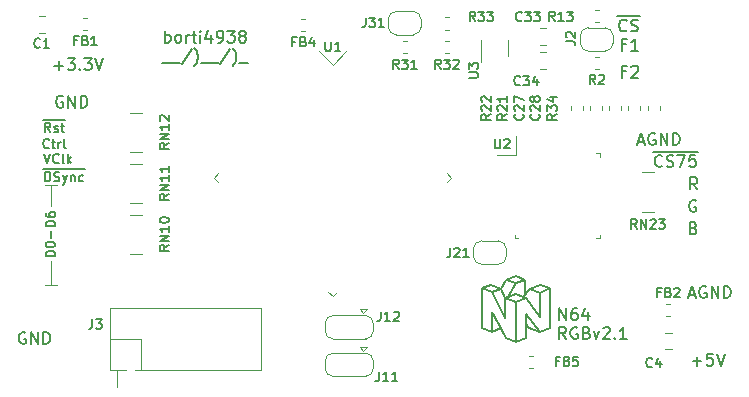
<source format=gbr>
G04 #@! TF.GenerationSoftware,KiCad,Pcbnew,(6.0.4)*
G04 #@! TF.CreationDate,2022-07-13T22:26:53+02:00*
G04 #@! TF.ProjectId,n64rgbv2.1,6e363472-6762-4763-922e-312e6b696361,rev?*
G04 #@! TF.SameCoordinates,Original*
G04 #@! TF.FileFunction,Legend,Top*
G04 #@! TF.FilePolarity,Positive*
%FSLAX46Y46*%
G04 Gerber Fmt 4.6, Leading zero omitted, Abs format (unit mm)*
G04 Created by KiCad (PCBNEW (6.0.4)) date 2022-07-13 22:26:53*
%MOMM*%
%LPD*%
G01*
G04 APERTURE LIST*
%ADD10C,0.120000*%
%ADD11C,0.200000*%
%ADD12C,0.150000*%
G04 APERTURE END LIST*
D10*
X116840000Y-112014000D02*
X116332000Y-112014000D01*
X116332000Y-112014000D02*
X117348000Y-112014000D01*
D11*
X155552350Y-113013380D02*
X155346400Y-113094490D01*
X156241100Y-116845460D02*
X156241100Y-113459070D01*
X157081800Y-114431390D02*
X157081800Y-115309220D01*
X154951390Y-115680580D02*
X154178220Y-114272710D01*
X158297360Y-111990320D02*
X159107640Y-112284210D01*
X156241100Y-113459070D02*
X156241100Y-116845460D01*
X157081800Y-114431390D02*
X157081800Y-116497695D01*
X158297360Y-116001439D02*
X157081800Y-114431390D01*
X153371250Y-112284210D02*
X154215280Y-112628500D01*
X157081800Y-116497695D02*
X156241100Y-116845460D01*
X156241100Y-113459070D02*
X157112250Y-113101150D01*
X156831920Y-112986310D02*
X156990720Y-112820880D01*
X157112250Y-113101150D02*
X156241100Y-113459070D01*
X157112250Y-113101150D02*
X158253470Y-114718400D01*
X156230960Y-111848500D02*
X155552350Y-113013380D01*
X154951390Y-115680580D02*
X154951390Y-115680580D01*
X156241100Y-116845460D02*
X155403920Y-116501167D01*
X155346400Y-113094490D02*
X155346400Y-113094490D01*
X154178220Y-115997967D02*
X154951390Y-115680580D01*
X155346400Y-113094490D02*
X156230960Y-112739880D01*
X153371250Y-115667130D02*
X153371250Y-112284210D01*
X156831920Y-112986310D02*
X156831920Y-112986310D01*
X157081800Y-115309220D02*
X157358780Y-115677270D01*
X154178220Y-115997967D02*
X153371250Y-115667130D01*
X156990720Y-111548100D02*
X156230960Y-111848500D01*
X158253470Y-114718400D02*
X157112250Y-113101150D01*
X155346400Y-113131600D02*
X155346400Y-113131600D01*
X159107640Y-112284210D02*
X159107640Y-115667130D01*
X154951390Y-112331400D02*
X155346400Y-113131600D01*
X158297360Y-116001439D02*
X158297360Y-116001439D01*
X155346400Y-114826420D02*
X155346400Y-113094490D01*
X155346400Y-114826420D02*
X154215280Y-112628500D01*
D10*
X116840000Y-103505000D02*
X116840000Y-105283000D01*
D11*
X158253470Y-112635170D02*
X157463320Y-112334770D01*
X153371250Y-112284210D02*
X154147780Y-112030900D01*
X157463320Y-112334770D02*
X156831920Y-112986310D01*
X157112250Y-113101150D02*
X158253470Y-114718400D01*
X154215280Y-112628500D02*
X154951390Y-112331400D01*
X155346400Y-113094490D02*
X155346400Y-113131600D01*
X156831920Y-112986310D02*
X157112250Y-113101150D01*
X156200570Y-111277970D02*
X156990720Y-111548100D01*
X157463320Y-112334770D02*
X157463320Y-112334770D01*
X158297360Y-116001439D02*
X157081800Y-114431390D01*
X155346400Y-113131600D02*
X155346400Y-114826420D01*
X154178220Y-114272710D02*
X154178220Y-115997967D01*
X158253470Y-112635170D02*
X157463320Y-112334770D01*
X158253470Y-114718400D02*
X158253470Y-112635170D01*
X156230960Y-111848500D02*
X155552350Y-113013380D01*
X157112250Y-113101150D02*
X158253470Y-114718400D01*
X158253470Y-114718400D02*
X158253470Y-112635170D01*
X156230960Y-111848500D02*
X155420680Y-111551400D01*
X154215280Y-112628500D02*
X154215280Y-112628500D01*
D10*
X116332000Y-103505000D02*
X117348000Y-103505000D01*
D11*
X155403920Y-116501167D02*
X154178220Y-114272710D01*
X154215280Y-112628500D02*
X155346400Y-114826420D01*
X154147780Y-112030900D02*
X154951390Y-112331400D01*
X156990720Y-112820880D02*
X156990720Y-111548100D01*
X156230960Y-111848500D02*
X156230960Y-111848500D01*
X155346400Y-113131600D02*
X154971680Y-112371820D01*
X156831920Y-112986310D02*
X156831920Y-112986310D01*
X155420680Y-111551400D02*
X156200570Y-111277970D01*
X154215280Y-112628500D02*
X153371250Y-112284210D01*
X156990720Y-111548100D02*
X156230960Y-111848500D01*
X154971680Y-112371820D02*
X155420680Y-111551400D01*
X159107640Y-112284210D02*
X158253470Y-112635170D01*
X155346400Y-113094490D02*
X155346400Y-113094490D01*
X158253470Y-112635170D02*
X159107640Y-112284210D01*
X156241100Y-113459070D02*
X156241100Y-113459070D01*
X155420680Y-111551400D02*
X156230960Y-111848500D01*
X158253470Y-114718400D02*
X158253470Y-112635170D01*
X157463320Y-112334770D02*
X158297360Y-111990320D01*
X158253470Y-112635170D02*
X158253470Y-114718400D01*
X155552350Y-113013380D02*
X156230960Y-112739880D01*
X157358780Y-115677270D02*
X158297360Y-116001439D01*
X154178220Y-114272710D02*
X154178220Y-115997967D01*
X155346400Y-113094490D02*
X156241100Y-113459070D01*
X156241100Y-113459070D02*
X155346400Y-113094490D01*
X156230960Y-112739880D02*
X156831920Y-112986310D01*
D10*
X116840000Y-109982000D02*
X116840000Y-112014000D01*
D11*
X159107640Y-115667130D02*
X158297360Y-116001439D01*
X154951390Y-112331400D02*
X154215280Y-112628500D01*
X158253470Y-112635170D02*
X158253470Y-112635170D01*
D10*
X117348000Y-103505000D02*
X116840000Y-103505000D01*
D11*
X156230960Y-112739880D02*
X157112250Y-113101150D01*
X155346400Y-114826420D02*
X155346400Y-114826420D01*
D12*
X114706495Y-116035200D02*
X114611257Y-115987580D01*
X114468400Y-115987580D01*
X114325542Y-116035200D01*
X114230304Y-116130438D01*
X114182685Y-116225676D01*
X114135066Y-116416152D01*
X114135066Y-116559009D01*
X114182685Y-116749485D01*
X114230304Y-116844723D01*
X114325542Y-116939961D01*
X114468400Y-116987580D01*
X114563638Y-116987580D01*
X114706495Y-116939961D01*
X114754114Y-116892342D01*
X114754114Y-116559009D01*
X114563638Y-116559009D01*
X115182685Y-116987580D02*
X115182685Y-115987580D01*
X115754114Y-116987580D01*
X115754114Y-115987580D01*
X116230304Y-116987580D02*
X116230304Y-115987580D01*
X116468400Y-115987580D01*
X116611257Y-116035200D01*
X116706495Y-116130438D01*
X116754114Y-116225676D01*
X116801733Y-116416152D01*
X116801733Y-116559009D01*
X116754114Y-116749485D01*
X116706495Y-116844723D01*
X116611257Y-116939961D01*
X116468400Y-116987580D01*
X116230304Y-116987580D01*
X165528666Y-91622571D02*
X165195333Y-91622571D01*
X165195333Y-92146380D02*
X165195333Y-91146380D01*
X165671523Y-91146380D01*
X166576285Y-92146380D02*
X166004857Y-92146380D01*
X166290571Y-92146380D02*
X166290571Y-91146380D01*
X166195333Y-91289238D01*
X166100095Y-91384476D01*
X166004857Y-91432095D01*
X165528666Y-93908571D02*
X165195333Y-93908571D01*
X165195333Y-94432380D02*
X165195333Y-93432380D01*
X165671523Y-93432380D01*
X166004857Y-93527619D02*
X166052476Y-93480000D01*
X166147714Y-93432380D01*
X166385809Y-93432380D01*
X166481047Y-93480000D01*
X166528666Y-93527619D01*
X166576285Y-93622857D01*
X166576285Y-93718095D01*
X166528666Y-93860952D01*
X165957238Y-94432380D01*
X166576285Y-94432380D01*
X117856095Y-96020000D02*
X117760857Y-95972380D01*
X117618000Y-95972380D01*
X117475142Y-96020000D01*
X117379904Y-96115238D01*
X117332285Y-96210476D01*
X117284666Y-96400952D01*
X117284666Y-96543809D01*
X117332285Y-96734285D01*
X117379904Y-96829523D01*
X117475142Y-96924761D01*
X117618000Y-96972380D01*
X117713238Y-96972380D01*
X117856095Y-96924761D01*
X117903714Y-96877142D01*
X117903714Y-96543809D01*
X117713238Y-96543809D01*
X118332285Y-96972380D02*
X118332285Y-95972380D01*
X118903714Y-96972380D01*
X118903714Y-95972380D01*
X119379904Y-96972380D02*
X119379904Y-95972380D01*
X119618000Y-95972380D01*
X119760857Y-96020000D01*
X119856095Y-96115238D01*
X119903714Y-96210476D01*
X119951333Y-96400952D01*
X119951333Y-96543809D01*
X119903714Y-96734285D01*
X119856095Y-96829523D01*
X119760857Y-96924761D01*
X119618000Y-96972380D01*
X119379904Y-96972380D01*
X164784209Y-89238400D02*
X165784209Y-89238400D01*
X165593733Y-90425542D02*
X165546114Y-90473161D01*
X165403257Y-90520780D01*
X165308019Y-90520780D01*
X165165161Y-90473161D01*
X165069923Y-90377923D01*
X165022304Y-90282685D01*
X164974685Y-90092209D01*
X164974685Y-89949352D01*
X165022304Y-89758876D01*
X165069923Y-89663638D01*
X165165161Y-89568400D01*
X165308019Y-89520780D01*
X165403257Y-89520780D01*
X165546114Y-89568400D01*
X165593733Y-89616019D01*
X165784209Y-89238400D02*
X166736590Y-89238400D01*
X165974685Y-90473161D02*
X166117542Y-90520780D01*
X166355638Y-90520780D01*
X166450876Y-90473161D01*
X166498495Y-90425542D01*
X166546114Y-90330304D01*
X166546114Y-90235066D01*
X166498495Y-90139828D01*
X166450876Y-90092209D01*
X166355638Y-90044590D01*
X166165161Y-89996971D01*
X166069923Y-89949352D01*
X166022304Y-89901733D01*
X165974685Y-89806495D01*
X165974685Y-89711257D01*
X166022304Y-89616019D01*
X166069923Y-89568400D01*
X166165161Y-89520780D01*
X166403257Y-89520780D01*
X166546114Y-89568400D01*
X170894595Y-112815666D02*
X171370785Y-112815666D01*
X170799357Y-113101380D02*
X171132690Y-112101380D01*
X171466023Y-113101380D01*
X172323166Y-112149000D02*
X172227928Y-112101380D01*
X172085071Y-112101380D01*
X171942214Y-112149000D01*
X171846976Y-112244238D01*
X171799357Y-112339476D01*
X171751738Y-112529952D01*
X171751738Y-112672809D01*
X171799357Y-112863285D01*
X171846976Y-112958523D01*
X171942214Y-113053761D01*
X172085071Y-113101380D01*
X172180309Y-113101380D01*
X172323166Y-113053761D01*
X172370785Y-113006142D01*
X172370785Y-112672809D01*
X172180309Y-112672809D01*
X172799357Y-113101380D02*
X172799357Y-112101380D01*
X173370785Y-113101380D01*
X173370785Y-112101380D01*
X173846976Y-113101380D02*
X173846976Y-112101380D01*
X174085071Y-112101380D01*
X174227928Y-112149000D01*
X174323166Y-112244238D01*
X174370785Y-112339476D01*
X174418404Y-112529952D01*
X174418404Y-112672809D01*
X174370785Y-112863285D01*
X174323166Y-112958523D01*
X174227928Y-113053761D01*
X174085071Y-113101380D01*
X173846976Y-113101380D01*
X167806928Y-100706500D02*
X168806928Y-100706500D01*
X168616452Y-101893642D02*
X168568833Y-101941261D01*
X168425976Y-101988880D01*
X168330738Y-101988880D01*
X168187880Y-101941261D01*
X168092642Y-101846023D01*
X168045023Y-101750785D01*
X167997404Y-101560309D01*
X167997404Y-101417452D01*
X168045023Y-101226976D01*
X168092642Y-101131738D01*
X168187880Y-101036500D01*
X168330738Y-100988880D01*
X168425976Y-100988880D01*
X168568833Y-101036500D01*
X168616452Y-101084119D01*
X168806928Y-100706500D02*
X169759309Y-100706500D01*
X168997404Y-101941261D02*
X169140261Y-101988880D01*
X169378357Y-101988880D01*
X169473595Y-101941261D01*
X169521214Y-101893642D01*
X169568833Y-101798404D01*
X169568833Y-101703166D01*
X169521214Y-101607928D01*
X169473595Y-101560309D01*
X169378357Y-101512690D01*
X169187880Y-101465071D01*
X169092642Y-101417452D01*
X169045023Y-101369833D01*
X168997404Y-101274595D01*
X168997404Y-101179357D01*
X169045023Y-101084119D01*
X169092642Y-101036500D01*
X169187880Y-100988880D01*
X169425976Y-100988880D01*
X169568833Y-101036500D01*
X169759309Y-100706500D02*
X170711690Y-100706500D01*
X169902166Y-100988880D02*
X170568833Y-100988880D01*
X170140261Y-101988880D01*
X170711690Y-100706500D02*
X171664071Y-100706500D01*
X171425976Y-100988880D02*
X170949785Y-100988880D01*
X170902166Y-101465071D01*
X170949785Y-101417452D01*
X171045023Y-101369833D01*
X171283119Y-101369833D01*
X171378357Y-101417452D01*
X171425976Y-101465071D01*
X171473595Y-101560309D01*
X171473595Y-101798404D01*
X171425976Y-101893642D01*
X171378357Y-101941261D01*
X171283119Y-101988880D01*
X171045023Y-101988880D01*
X170949785Y-101941261D01*
X170902166Y-101893642D01*
X116251690Y-100907904D02*
X116518357Y-101707904D01*
X116785023Y-100907904D01*
X117508833Y-101631714D02*
X117470738Y-101669809D01*
X117356452Y-101707904D01*
X117280261Y-101707904D01*
X117165976Y-101669809D01*
X117089785Y-101593619D01*
X117051690Y-101517428D01*
X117013595Y-101365047D01*
X117013595Y-101250761D01*
X117051690Y-101098380D01*
X117089785Y-101022190D01*
X117165976Y-100946000D01*
X117280261Y-100907904D01*
X117356452Y-100907904D01*
X117470738Y-100946000D01*
X117508833Y-100984095D01*
X117965976Y-101707904D02*
X117889785Y-101669809D01*
X117851690Y-101593619D01*
X117851690Y-100907904D01*
X118270738Y-101707904D02*
X118270738Y-100907904D01*
X118346928Y-101403142D02*
X118575500Y-101707904D01*
X118575500Y-101174571D02*
X118270738Y-101479333D01*
X171267428Y-107180071D02*
X171410285Y-107227690D01*
X171457904Y-107275309D01*
X171505523Y-107370547D01*
X171505523Y-107513404D01*
X171457904Y-107608642D01*
X171410285Y-107656261D01*
X171315047Y-107703880D01*
X170934095Y-107703880D01*
X170934095Y-106703880D01*
X171267428Y-106703880D01*
X171362666Y-106751500D01*
X171410285Y-106799119D01*
X171457904Y-106894357D01*
X171457904Y-106989595D01*
X171410285Y-107084833D01*
X171362666Y-107132452D01*
X171267428Y-107180071D01*
X170934095Y-107180071D01*
X171569023Y-103893880D02*
X171235690Y-103417690D01*
X170997595Y-103893880D02*
X170997595Y-102893880D01*
X171378547Y-102893880D01*
X171473785Y-102941500D01*
X171521404Y-102989119D01*
X171569023Y-103084357D01*
X171569023Y-103227214D01*
X171521404Y-103322452D01*
X171473785Y-103370071D01*
X171378547Y-103417690D01*
X170997595Y-103417690D01*
X117126000Y-93416428D02*
X117887904Y-93416428D01*
X117506952Y-93797380D02*
X117506952Y-93035476D01*
X118268857Y-92797380D02*
X118887904Y-92797380D01*
X118554571Y-93178333D01*
X118697428Y-93178333D01*
X118792666Y-93225952D01*
X118840285Y-93273571D01*
X118887904Y-93368809D01*
X118887904Y-93606904D01*
X118840285Y-93702142D01*
X118792666Y-93749761D01*
X118697428Y-93797380D01*
X118411714Y-93797380D01*
X118316476Y-93749761D01*
X118268857Y-93702142D01*
X119316476Y-93702142D02*
X119364095Y-93749761D01*
X119316476Y-93797380D01*
X119268857Y-93749761D01*
X119316476Y-93702142D01*
X119316476Y-93797380D01*
X119697428Y-92797380D02*
X120316476Y-92797380D01*
X119983142Y-93178333D01*
X120126000Y-93178333D01*
X120221238Y-93225952D01*
X120268857Y-93273571D01*
X120316476Y-93368809D01*
X120316476Y-93606904D01*
X120268857Y-93702142D01*
X120221238Y-93749761D01*
X120126000Y-93797380D01*
X119840285Y-93797380D01*
X119745047Y-93749761D01*
X119697428Y-93702142D01*
X120602190Y-92797380D02*
X120935523Y-93797380D01*
X121268857Y-92797380D01*
X159898395Y-114963380D02*
X159898395Y-113963380D01*
X160469823Y-114963380D01*
X160469823Y-113963380D01*
X161374585Y-113963380D02*
X161184109Y-113963380D01*
X161088871Y-114011000D01*
X161041252Y-114058619D01*
X160946014Y-114201476D01*
X160898395Y-114391952D01*
X160898395Y-114772904D01*
X160946014Y-114868142D01*
X160993633Y-114915761D01*
X161088871Y-114963380D01*
X161279347Y-114963380D01*
X161374585Y-114915761D01*
X161422204Y-114868142D01*
X161469823Y-114772904D01*
X161469823Y-114534809D01*
X161422204Y-114439571D01*
X161374585Y-114391952D01*
X161279347Y-114344333D01*
X161088871Y-114344333D01*
X160993633Y-114391952D01*
X160946014Y-114439571D01*
X160898395Y-114534809D01*
X162326966Y-114296714D02*
X162326966Y-114963380D01*
X162088871Y-113915761D02*
X161850776Y-114630047D01*
X162469823Y-114630047D01*
X160469823Y-116573380D02*
X160136490Y-116097190D01*
X159898395Y-116573380D02*
X159898395Y-115573380D01*
X160279347Y-115573380D01*
X160374585Y-115621000D01*
X160422204Y-115668619D01*
X160469823Y-115763857D01*
X160469823Y-115906714D01*
X160422204Y-116001952D01*
X160374585Y-116049571D01*
X160279347Y-116097190D01*
X159898395Y-116097190D01*
X161422204Y-115621000D02*
X161326966Y-115573380D01*
X161184109Y-115573380D01*
X161041252Y-115621000D01*
X160946014Y-115716238D01*
X160898395Y-115811476D01*
X160850776Y-116001952D01*
X160850776Y-116144809D01*
X160898395Y-116335285D01*
X160946014Y-116430523D01*
X161041252Y-116525761D01*
X161184109Y-116573380D01*
X161279347Y-116573380D01*
X161422204Y-116525761D01*
X161469823Y-116478142D01*
X161469823Y-116144809D01*
X161279347Y-116144809D01*
X162231728Y-116049571D02*
X162374585Y-116097190D01*
X162422204Y-116144809D01*
X162469823Y-116240047D01*
X162469823Y-116382904D01*
X162422204Y-116478142D01*
X162374585Y-116525761D01*
X162279347Y-116573380D01*
X161898395Y-116573380D01*
X161898395Y-115573380D01*
X162231728Y-115573380D01*
X162326966Y-115621000D01*
X162374585Y-115668619D01*
X162422204Y-115763857D01*
X162422204Y-115859095D01*
X162374585Y-115954333D01*
X162326966Y-116001952D01*
X162231728Y-116049571D01*
X161898395Y-116049571D01*
X162803157Y-115906714D02*
X163041252Y-116573380D01*
X163279347Y-115906714D01*
X163612680Y-115668619D02*
X163660300Y-115621000D01*
X163755538Y-115573380D01*
X163993633Y-115573380D01*
X164088871Y-115621000D01*
X164136490Y-115668619D01*
X164184109Y-115763857D01*
X164184109Y-115859095D01*
X164136490Y-116001952D01*
X163565061Y-116573380D01*
X164184109Y-116573380D01*
X164612680Y-116478142D02*
X164660300Y-116525761D01*
X164612680Y-116573380D01*
X164565061Y-116525761D01*
X164612680Y-116478142D01*
X164612680Y-116573380D01*
X165612680Y-116573380D02*
X165041252Y-116573380D01*
X165326966Y-116573380D02*
X165326966Y-115573380D01*
X165231728Y-115716238D01*
X165136490Y-115811476D01*
X165041252Y-115859095D01*
X171180285Y-118435428D02*
X171942190Y-118435428D01*
X171561238Y-118816380D02*
X171561238Y-118054476D01*
X172894571Y-117816380D02*
X172418380Y-117816380D01*
X172370761Y-118292571D01*
X172418380Y-118244952D01*
X172513619Y-118197333D01*
X172751714Y-118197333D01*
X172846952Y-118244952D01*
X172894571Y-118292571D01*
X172942190Y-118387809D01*
X172942190Y-118625904D01*
X172894571Y-118721142D01*
X172846952Y-118768761D01*
X172751714Y-118816380D01*
X172513619Y-118816380D01*
X172418380Y-118768761D01*
X172370761Y-118721142D01*
X173227904Y-117816380D02*
X173561238Y-118816380D01*
X173894571Y-117816380D01*
X116696119Y-100361714D02*
X116658023Y-100399809D01*
X116543738Y-100437904D01*
X116467547Y-100437904D01*
X116353261Y-100399809D01*
X116277071Y-100323619D01*
X116238976Y-100247428D01*
X116200880Y-100095047D01*
X116200880Y-99980761D01*
X116238976Y-99828380D01*
X116277071Y-99752190D01*
X116353261Y-99676000D01*
X116467547Y-99637904D01*
X116543738Y-99637904D01*
X116658023Y-99676000D01*
X116696119Y-99714095D01*
X116924690Y-99904571D02*
X117229452Y-99904571D01*
X117038976Y-99637904D02*
X117038976Y-100323619D01*
X117077071Y-100399809D01*
X117153261Y-100437904D01*
X117229452Y-100437904D01*
X117496119Y-100437904D02*
X117496119Y-99904571D01*
X117496119Y-100056952D02*
X117534214Y-99980761D01*
X117572309Y-99942666D01*
X117648500Y-99904571D01*
X117724690Y-99904571D01*
X118105642Y-100437904D02*
X118029452Y-100399809D01*
X117991357Y-100323619D01*
X117991357Y-99637904D01*
X166576595Y-99861666D02*
X167052785Y-99861666D01*
X166481357Y-100147380D02*
X166814690Y-99147380D01*
X167148023Y-100147380D01*
X168005166Y-99195000D02*
X167909928Y-99147380D01*
X167767071Y-99147380D01*
X167624214Y-99195000D01*
X167528976Y-99290238D01*
X167481357Y-99385476D01*
X167433738Y-99575952D01*
X167433738Y-99718809D01*
X167481357Y-99909285D01*
X167528976Y-100004523D01*
X167624214Y-100099761D01*
X167767071Y-100147380D01*
X167862309Y-100147380D01*
X168005166Y-100099761D01*
X168052785Y-100052142D01*
X168052785Y-99718809D01*
X167862309Y-99718809D01*
X168481357Y-100147380D02*
X168481357Y-99147380D01*
X169052785Y-100147380D01*
X169052785Y-99147380D01*
X169528976Y-100147380D02*
X169528976Y-99147380D01*
X169767071Y-99147380D01*
X169909928Y-99195000D01*
X170005166Y-99290238D01*
X170052785Y-99385476D01*
X170100404Y-99575952D01*
X170100404Y-99718809D01*
X170052785Y-99909285D01*
X170005166Y-100004523D01*
X169909928Y-100099761D01*
X169767071Y-100147380D01*
X169528976Y-100147380D01*
X116175500Y-98015000D02*
X116975500Y-98015000D01*
X116823119Y-99040904D02*
X116556452Y-98659952D01*
X116365976Y-99040904D02*
X116365976Y-98240904D01*
X116670738Y-98240904D01*
X116746928Y-98279000D01*
X116785023Y-98317095D01*
X116823119Y-98393285D01*
X116823119Y-98507571D01*
X116785023Y-98583761D01*
X116746928Y-98621857D01*
X116670738Y-98659952D01*
X116365976Y-98659952D01*
X116975500Y-98015000D02*
X117623119Y-98015000D01*
X117127880Y-99002809D02*
X117204071Y-99040904D01*
X117356452Y-99040904D01*
X117432642Y-99002809D01*
X117470738Y-98926619D01*
X117470738Y-98888523D01*
X117432642Y-98812333D01*
X117356452Y-98774238D01*
X117242166Y-98774238D01*
X117165976Y-98736142D01*
X117127880Y-98659952D01*
X117127880Y-98621857D01*
X117165976Y-98545666D01*
X117242166Y-98507571D01*
X117356452Y-98507571D01*
X117432642Y-98545666D01*
X117623119Y-98015000D02*
X118080261Y-98015000D01*
X117699309Y-98507571D02*
X118004071Y-98507571D01*
X117813595Y-98240904D02*
X117813595Y-98926619D01*
X117851690Y-99002809D01*
X117927880Y-99040904D01*
X118004071Y-99040904D01*
X116175500Y-102206000D02*
X116975500Y-102206000D01*
X116365976Y-103231904D02*
X116365976Y-102431904D01*
X116556452Y-102431904D01*
X116670738Y-102470000D01*
X116746928Y-102546190D01*
X116785023Y-102622380D01*
X116823119Y-102774761D01*
X116823119Y-102889047D01*
X116785023Y-103041428D01*
X116746928Y-103117619D01*
X116670738Y-103193809D01*
X116556452Y-103231904D01*
X116365976Y-103231904D01*
X116975500Y-102206000D02*
X117737404Y-102206000D01*
X117127880Y-103193809D02*
X117242166Y-103231904D01*
X117432642Y-103231904D01*
X117508833Y-103193809D01*
X117546928Y-103155714D01*
X117585023Y-103079523D01*
X117585023Y-103003333D01*
X117546928Y-102927142D01*
X117508833Y-102889047D01*
X117432642Y-102850952D01*
X117280261Y-102812857D01*
X117204071Y-102774761D01*
X117165976Y-102736666D01*
X117127880Y-102660476D01*
X117127880Y-102584285D01*
X117165976Y-102508095D01*
X117204071Y-102470000D01*
X117280261Y-102431904D01*
X117470738Y-102431904D01*
X117585023Y-102470000D01*
X117737404Y-102206000D02*
X118346928Y-102206000D01*
X117851690Y-102698571D02*
X118042166Y-103231904D01*
X118232642Y-102698571D02*
X118042166Y-103231904D01*
X117965976Y-103422380D01*
X117927880Y-103460476D01*
X117851690Y-103498571D01*
X118346928Y-102206000D02*
X119070738Y-102206000D01*
X118537404Y-102698571D02*
X118537404Y-103231904D01*
X118537404Y-102774761D02*
X118575500Y-102736666D01*
X118651690Y-102698571D01*
X118765976Y-102698571D01*
X118842166Y-102736666D01*
X118880261Y-102812857D01*
X118880261Y-103231904D01*
X119070738Y-102206000D02*
X119756452Y-102206000D01*
X119604071Y-103193809D02*
X119527880Y-103231904D01*
X119375500Y-103231904D01*
X119299309Y-103193809D01*
X119261214Y-103155714D01*
X119223119Y-103079523D01*
X119223119Y-102850952D01*
X119261214Y-102774761D01*
X119299309Y-102736666D01*
X119375500Y-102698571D01*
X119527880Y-102698571D01*
X119604071Y-102736666D01*
D11*
X126516238Y-91468380D02*
X126516238Y-90468380D01*
X126516238Y-90849333D02*
X126611476Y-90801714D01*
X126801952Y-90801714D01*
X126897190Y-90849333D01*
X126944809Y-90896952D01*
X126992428Y-90992190D01*
X126992428Y-91277904D01*
X126944809Y-91373142D01*
X126897190Y-91420761D01*
X126801952Y-91468380D01*
X126611476Y-91468380D01*
X126516238Y-91420761D01*
X127563857Y-91468380D02*
X127468619Y-91420761D01*
X127421000Y-91373142D01*
X127373380Y-91277904D01*
X127373380Y-90992190D01*
X127421000Y-90896952D01*
X127468619Y-90849333D01*
X127563857Y-90801714D01*
X127706714Y-90801714D01*
X127801952Y-90849333D01*
X127849571Y-90896952D01*
X127897190Y-90992190D01*
X127897190Y-91277904D01*
X127849571Y-91373142D01*
X127801952Y-91420761D01*
X127706714Y-91468380D01*
X127563857Y-91468380D01*
X128325761Y-91468380D02*
X128325761Y-90801714D01*
X128325761Y-90992190D02*
X128373380Y-90896952D01*
X128421000Y-90849333D01*
X128516238Y-90801714D01*
X128611476Y-90801714D01*
X128801952Y-90801714D02*
X129182904Y-90801714D01*
X128944809Y-90468380D02*
X128944809Y-91325523D01*
X128992428Y-91420761D01*
X129087666Y-91468380D01*
X129182904Y-91468380D01*
X129516238Y-91468380D02*
X129516238Y-90801714D01*
X129516238Y-90468380D02*
X129468619Y-90516000D01*
X129516238Y-90563619D01*
X129563857Y-90516000D01*
X129516238Y-90468380D01*
X129516238Y-90563619D01*
X130421000Y-90801714D02*
X130421000Y-91468380D01*
X130182904Y-90420761D02*
X129944809Y-91135047D01*
X130563857Y-91135047D01*
X130992428Y-91468380D02*
X131182904Y-91468380D01*
X131278142Y-91420761D01*
X131325761Y-91373142D01*
X131421000Y-91230285D01*
X131468619Y-91039809D01*
X131468619Y-90658857D01*
X131421000Y-90563619D01*
X131373380Y-90516000D01*
X131278142Y-90468380D01*
X131087666Y-90468380D01*
X130992428Y-90516000D01*
X130944809Y-90563619D01*
X130897190Y-90658857D01*
X130897190Y-90896952D01*
X130944809Y-90992190D01*
X130992428Y-91039809D01*
X131087666Y-91087428D01*
X131278142Y-91087428D01*
X131373380Y-91039809D01*
X131421000Y-90992190D01*
X131468619Y-90896952D01*
X131801952Y-90468380D02*
X132421000Y-90468380D01*
X132087666Y-90849333D01*
X132230523Y-90849333D01*
X132325761Y-90896952D01*
X132373380Y-90944571D01*
X132421000Y-91039809D01*
X132421000Y-91277904D01*
X132373380Y-91373142D01*
X132325761Y-91420761D01*
X132230523Y-91468380D01*
X131944809Y-91468380D01*
X131849571Y-91420761D01*
X131801952Y-91373142D01*
X132992428Y-90896952D02*
X132897190Y-90849333D01*
X132849571Y-90801714D01*
X132801952Y-90706476D01*
X132801952Y-90658857D01*
X132849571Y-90563619D01*
X132897190Y-90516000D01*
X132992428Y-90468380D01*
X133182904Y-90468380D01*
X133278142Y-90516000D01*
X133325761Y-90563619D01*
X133373380Y-90658857D01*
X133373380Y-90706476D01*
X133325761Y-90801714D01*
X133278142Y-90849333D01*
X133182904Y-90896952D01*
X132992428Y-90896952D01*
X132897190Y-90944571D01*
X132849571Y-90992190D01*
X132801952Y-91087428D01*
X132801952Y-91277904D01*
X132849571Y-91373142D01*
X132897190Y-91420761D01*
X132992428Y-91468380D01*
X133182904Y-91468380D01*
X133278142Y-91420761D01*
X133325761Y-91373142D01*
X133373380Y-91277904D01*
X133373380Y-91087428D01*
X133325761Y-90992190D01*
X133278142Y-90944571D01*
X133182904Y-90896952D01*
X126301952Y-93173619D02*
X127063857Y-93173619D01*
X127063857Y-93173619D02*
X127825761Y-93173619D01*
X128778142Y-92030761D02*
X127921000Y-93316476D01*
X129016238Y-93459333D02*
X129063857Y-93411714D01*
X129159095Y-93268857D01*
X129206714Y-93173619D01*
X129254333Y-93030761D01*
X129301952Y-92792666D01*
X129301952Y-92602190D01*
X129254333Y-92364095D01*
X129206714Y-92221238D01*
X129159095Y-92126000D01*
X129063857Y-91983142D01*
X129016238Y-91935523D01*
X129540047Y-93173619D02*
X130301952Y-93173619D01*
X130301952Y-93173619D02*
X131063857Y-93173619D01*
X132016238Y-92030761D02*
X131159095Y-93316476D01*
X132254333Y-93459333D02*
X132301952Y-93411714D01*
X132397190Y-93268857D01*
X132444809Y-93173619D01*
X132492428Y-93030761D01*
X132540047Y-92792666D01*
X132540047Y-92602190D01*
X132492428Y-92364095D01*
X132444809Y-92221238D01*
X132397190Y-92126000D01*
X132301952Y-91983142D01*
X132254333Y-91935523D01*
X132778142Y-93173619D02*
X133540047Y-93173619D01*
D12*
X171457904Y-104846500D02*
X171362666Y-104798880D01*
X171219809Y-104798880D01*
X171076952Y-104846500D01*
X170981714Y-104941738D01*
X170934095Y-105036976D01*
X170886476Y-105227452D01*
X170886476Y-105370309D01*
X170934095Y-105560785D01*
X170981714Y-105656023D01*
X171076952Y-105751261D01*
X171219809Y-105798880D01*
X171315047Y-105798880D01*
X171457904Y-105751261D01*
X171505523Y-105703642D01*
X171505523Y-105370309D01*
X171315047Y-105370309D01*
X117201904Y-109562666D02*
X116401904Y-109562666D01*
X116401904Y-109372190D01*
X116440000Y-109257904D01*
X116516190Y-109181714D01*
X116592380Y-109143619D01*
X116744761Y-109105523D01*
X116859047Y-109105523D01*
X117011428Y-109143619D01*
X117087619Y-109181714D01*
X117163809Y-109257904D01*
X117201904Y-109372190D01*
X117201904Y-109562666D01*
X116401904Y-108610285D02*
X116401904Y-108534095D01*
X116440000Y-108457904D01*
X116478095Y-108419809D01*
X116554285Y-108381714D01*
X116706666Y-108343619D01*
X116897142Y-108343619D01*
X117049523Y-108381714D01*
X117125714Y-108419809D01*
X117163809Y-108457904D01*
X117201904Y-108534095D01*
X117201904Y-108610285D01*
X117163809Y-108686476D01*
X117125714Y-108724571D01*
X117049523Y-108762666D01*
X116897142Y-108800761D01*
X116706666Y-108800761D01*
X116554285Y-108762666D01*
X116478095Y-108724571D01*
X116440000Y-108686476D01*
X116401904Y-108610285D01*
X116897142Y-108000761D02*
X116897142Y-107391238D01*
X117201904Y-107010285D02*
X116401904Y-107010285D01*
X116401904Y-106819809D01*
X116440000Y-106705523D01*
X116516190Y-106629333D01*
X116592380Y-106591238D01*
X116744761Y-106553142D01*
X116859047Y-106553142D01*
X117011428Y-106591238D01*
X117087619Y-106629333D01*
X117163809Y-106705523D01*
X117201904Y-106819809D01*
X117201904Y-107010285D01*
X116401904Y-105867428D02*
X116401904Y-106019809D01*
X116440000Y-106096000D01*
X116478095Y-106134095D01*
X116592380Y-106210285D01*
X116744761Y-106248380D01*
X117049523Y-106248380D01*
X117125714Y-106210285D01*
X117163809Y-106172190D01*
X117201904Y-106096000D01*
X117201904Y-105943619D01*
X117163809Y-105867428D01*
X117125714Y-105829333D01*
X117049523Y-105791238D01*
X116859047Y-105791238D01*
X116782857Y-105829333D01*
X116744761Y-105867428D01*
X116706666Y-105943619D01*
X116706666Y-106096000D01*
X116744761Y-106172190D01*
X116782857Y-106210285D01*
X116859047Y-106248380D01*
X167760666Y-118903714D02*
X167722571Y-118941809D01*
X167608285Y-118979904D01*
X167532095Y-118979904D01*
X167417809Y-118941809D01*
X167341619Y-118865619D01*
X167303523Y-118789428D01*
X167265428Y-118637047D01*
X167265428Y-118522761D01*
X167303523Y-118370380D01*
X167341619Y-118294190D01*
X167417809Y-118218000D01*
X167532095Y-118179904D01*
X167608285Y-118179904D01*
X167722571Y-118218000D01*
X167760666Y-118256095D01*
X168446380Y-118446571D02*
X168446380Y-118979904D01*
X168255904Y-118141809D02*
X168065428Y-118713238D01*
X168560666Y-118713238D01*
X156813214Y-97542285D02*
X156851309Y-97580380D01*
X156889404Y-97694666D01*
X156889404Y-97770857D01*
X156851309Y-97885142D01*
X156775119Y-97961333D01*
X156698928Y-97999428D01*
X156546547Y-98037523D01*
X156432261Y-98037523D01*
X156279880Y-97999428D01*
X156203690Y-97961333D01*
X156127500Y-97885142D01*
X156089404Y-97770857D01*
X156089404Y-97694666D01*
X156127500Y-97580380D01*
X156165595Y-97542285D01*
X156165595Y-97237523D02*
X156127500Y-97199428D01*
X156089404Y-97123238D01*
X156089404Y-96932761D01*
X156127500Y-96856571D01*
X156165595Y-96818476D01*
X156241785Y-96780380D01*
X156317976Y-96780380D01*
X156432261Y-96818476D01*
X156889404Y-97275619D01*
X156889404Y-96780380D01*
X156089404Y-96513714D02*
X156089404Y-95980380D01*
X156889404Y-96323238D01*
X158172114Y-97542285D02*
X158210209Y-97580380D01*
X158248304Y-97694666D01*
X158248304Y-97770857D01*
X158210209Y-97885142D01*
X158134019Y-97961333D01*
X158057828Y-97999428D01*
X157905447Y-98037523D01*
X157791161Y-98037523D01*
X157638780Y-97999428D01*
X157562590Y-97961333D01*
X157486400Y-97885142D01*
X157448304Y-97770857D01*
X157448304Y-97694666D01*
X157486400Y-97580380D01*
X157524495Y-97542285D01*
X157524495Y-97237523D02*
X157486400Y-97199428D01*
X157448304Y-97123238D01*
X157448304Y-96932761D01*
X157486400Y-96856571D01*
X157524495Y-96818476D01*
X157600685Y-96780380D01*
X157676876Y-96780380D01*
X157791161Y-96818476D01*
X158248304Y-97275619D01*
X158248304Y-96780380D01*
X157791161Y-96323238D02*
X157753066Y-96399428D01*
X157714971Y-96437523D01*
X157638780Y-96475619D01*
X157600685Y-96475619D01*
X157524495Y-96437523D01*
X157486400Y-96399428D01*
X157448304Y-96323238D01*
X157448304Y-96170857D01*
X157486400Y-96094666D01*
X157524495Y-96056571D01*
X157600685Y-96018476D01*
X157638780Y-96018476D01*
X157714971Y-96056571D01*
X157753066Y-96094666D01*
X157791161Y-96170857D01*
X157791161Y-96323238D01*
X157829257Y-96399428D01*
X157867352Y-96437523D01*
X157943542Y-96475619D01*
X158095923Y-96475619D01*
X158172114Y-96437523D01*
X158210209Y-96399428D01*
X158248304Y-96323238D01*
X158248304Y-96170857D01*
X158210209Y-96094666D01*
X158172114Y-96056571D01*
X158095923Y-96018476D01*
X157943542Y-96018476D01*
X157867352Y-96056571D01*
X157829257Y-96094666D01*
X157791161Y-96170857D01*
X119094333Y-91288857D02*
X118827666Y-91288857D01*
X118827666Y-91707904D02*
X118827666Y-90907904D01*
X119208619Y-90907904D01*
X119780047Y-91288857D02*
X119894333Y-91326952D01*
X119932428Y-91365047D01*
X119970523Y-91441238D01*
X119970523Y-91555523D01*
X119932428Y-91631714D01*
X119894333Y-91669809D01*
X119818142Y-91707904D01*
X119513380Y-91707904D01*
X119513380Y-90907904D01*
X119780047Y-90907904D01*
X119856238Y-90946000D01*
X119894333Y-90984095D01*
X119932428Y-91060285D01*
X119932428Y-91136476D01*
X119894333Y-91212666D01*
X119856238Y-91250761D01*
X119780047Y-91288857D01*
X119513380Y-91288857D01*
X120732428Y-91707904D02*
X120275285Y-91707904D01*
X120503857Y-91707904D02*
X120503857Y-90907904D01*
X120427666Y-91022190D01*
X120351476Y-91098380D01*
X120275285Y-91136476D01*
X168471933Y-112599497D02*
X168205266Y-112599497D01*
X168205266Y-113018544D02*
X168205266Y-112218544D01*
X168586219Y-112218544D01*
X169157647Y-112599497D02*
X169271933Y-112637592D01*
X169310028Y-112675687D01*
X169348123Y-112751878D01*
X169348123Y-112866163D01*
X169310028Y-112942354D01*
X169271933Y-112980449D01*
X169195742Y-113018544D01*
X168890980Y-113018544D01*
X168890980Y-112218544D01*
X169157647Y-112218544D01*
X169233838Y-112256640D01*
X169271933Y-112294735D01*
X169310028Y-112370925D01*
X169310028Y-112447116D01*
X169271933Y-112523306D01*
X169233838Y-112561401D01*
X169157647Y-112599497D01*
X168890980Y-112599497D01*
X169652885Y-112294735D02*
X169690980Y-112256640D01*
X169767171Y-112218544D01*
X169957647Y-112218544D01*
X170033838Y-112256640D01*
X170071933Y-112294735D01*
X170110028Y-112370925D01*
X170110028Y-112447116D01*
X170071933Y-112561401D01*
X169614790Y-113018544D01*
X170110028Y-113018544D01*
X126853904Y-104311333D02*
X126472952Y-104578000D01*
X126853904Y-104768476D02*
X126053904Y-104768476D01*
X126053904Y-104463714D01*
X126092000Y-104387523D01*
X126130095Y-104349428D01*
X126206285Y-104311333D01*
X126320571Y-104311333D01*
X126396761Y-104349428D01*
X126434857Y-104387523D01*
X126472952Y-104463714D01*
X126472952Y-104768476D01*
X126853904Y-103968476D02*
X126053904Y-103968476D01*
X126853904Y-103511333D01*
X126053904Y-103511333D01*
X126853904Y-102711333D02*
X126853904Y-103168476D01*
X126853904Y-102939904D02*
X126053904Y-102939904D01*
X126168190Y-103016095D01*
X126244380Y-103092285D01*
X126282476Y-103168476D01*
X126853904Y-101949428D02*
X126853904Y-102406571D01*
X126853904Y-102178000D02*
X126053904Y-102178000D01*
X126168190Y-102254190D01*
X126244380Y-102330380D01*
X126282476Y-102406571D01*
X126853904Y-99993333D02*
X126472952Y-100260000D01*
X126853904Y-100450476D02*
X126053904Y-100450476D01*
X126053904Y-100145714D01*
X126092000Y-100069523D01*
X126130095Y-100031428D01*
X126206285Y-99993333D01*
X126320571Y-99993333D01*
X126396761Y-100031428D01*
X126434857Y-100069523D01*
X126472952Y-100145714D01*
X126472952Y-100450476D01*
X126853904Y-99650476D02*
X126053904Y-99650476D01*
X126853904Y-99193333D01*
X126053904Y-99193333D01*
X126853904Y-98393333D02*
X126853904Y-98850476D01*
X126853904Y-98621904D02*
X126053904Y-98621904D01*
X126168190Y-98698095D01*
X126244380Y-98774285D01*
X126282476Y-98850476D01*
X126130095Y-98088571D02*
X126092000Y-98050476D01*
X126053904Y-97974285D01*
X126053904Y-97783809D01*
X126092000Y-97707619D01*
X126130095Y-97669523D01*
X126206285Y-97631428D01*
X126282476Y-97631428D01*
X126396761Y-97669523D01*
X126853904Y-98126666D01*
X126853904Y-97631428D01*
X144767380Y-114242904D02*
X144767380Y-114814333D01*
X144729285Y-114928619D01*
X144653095Y-115004809D01*
X144538809Y-115042904D01*
X144462619Y-115042904D01*
X145567380Y-115042904D02*
X145110238Y-115042904D01*
X145338809Y-115042904D02*
X145338809Y-114242904D01*
X145262619Y-114357190D01*
X145186428Y-114433380D01*
X145110238Y-114471476D01*
X145872142Y-114319095D02*
X145910238Y-114281000D01*
X145986428Y-114242904D01*
X146176904Y-114242904D01*
X146253095Y-114281000D01*
X146291190Y-114319095D01*
X146329285Y-114395285D01*
X146329285Y-114471476D01*
X146291190Y-114585761D01*
X145834047Y-115042904D01*
X146329285Y-115042904D01*
X150685580Y-108832704D02*
X150685580Y-109404133D01*
X150647485Y-109518419D01*
X150571295Y-109594609D01*
X150457009Y-109632704D01*
X150380819Y-109632704D01*
X151028438Y-108908895D02*
X151066533Y-108870800D01*
X151142723Y-108832704D01*
X151333200Y-108832704D01*
X151409390Y-108870800D01*
X151447485Y-108908895D01*
X151485580Y-108985085D01*
X151485580Y-109061276D01*
X151447485Y-109175561D01*
X150990342Y-109632704D01*
X151485580Y-109632704D01*
X152247485Y-109632704D02*
X151790342Y-109632704D01*
X152018914Y-109632704D02*
X152018914Y-108832704D01*
X151942723Y-108946990D01*
X151866533Y-109023180D01*
X151790342Y-109061276D01*
X143497380Y-89350904D02*
X143497380Y-89922333D01*
X143459285Y-90036619D01*
X143383095Y-90112809D01*
X143268809Y-90150904D01*
X143192619Y-90150904D01*
X143802142Y-89350904D02*
X144297380Y-89350904D01*
X144030714Y-89655666D01*
X144145000Y-89655666D01*
X144221190Y-89693761D01*
X144259285Y-89731857D01*
X144297380Y-89808047D01*
X144297380Y-89998523D01*
X144259285Y-90074714D01*
X144221190Y-90112809D01*
X144145000Y-90150904D01*
X143916428Y-90150904D01*
X143840238Y-90112809D01*
X143802142Y-90074714D01*
X145059285Y-90150904D02*
X144602142Y-90150904D01*
X144830714Y-90150904D02*
X144830714Y-89350904D01*
X144754523Y-89465190D01*
X144678333Y-89541380D01*
X144602142Y-89579476D01*
X146297714Y-93706904D02*
X146031047Y-93325952D01*
X145840571Y-93706904D02*
X145840571Y-92906904D01*
X146145333Y-92906904D01*
X146221523Y-92945000D01*
X146259619Y-92983095D01*
X146297714Y-93059285D01*
X146297714Y-93173571D01*
X146259619Y-93249761D01*
X146221523Y-93287857D01*
X146145333Y-93325952D01*
X145840571Y-93325952D01*
X146564380Y-92906904D02*
X147059619Y-92906904D01*
X146792952Y-93211666D01*
X146907238Y-93211666D01*
X146983428Y-93249761D01*
X147021523Y-93287857D01*
X147059619Y-93364047D01*
X147059619Y-93554523D01*
X147021523Y-93630714D01*
X146983428Y-93668809D01*
X146907238Y-93706904D01*
X146678666Y-93706904D01*
X146602476Y-93668809D01*
X146564380Y-93630714D01*
X147821523Y-93706904D02*
X147364380Y-93706904D01*
X147592952Y-93706904D02*
X147592952Y-92906904D01*
X147516761Y-93021190D01*
X147440571Y-93097380D01*
X147364380Y-93135476D01*
X149853714Y-93706904D02*
X149587047Y-93325952D01*
X149396571Y-93706904D02*
X149396571Y-92906904D01*
X149701333Y-92906904D01*
X149777523Y-92945000D01*
X149815619Y-92983095D01*
X149853714Y-93059285D01*
X149853714Y-93173571D01*
X149815619Y-93249761D01*
X149777523Y-93287857D01*
X149701333Y-93325952D01*
X149396571Y-93325952D01*
X150120380Y-92906904D02*
X150615619Y-92906904D01*
X150348952Y-93211666D01*
X150463238Y-93211666D01*
X150539428Y-93249761D01*
X150577523Y-93287857D01*
X150615619Y-93364047D01*
X150615619Y-93554523D01*
X150577523Y-93630714D01*
X150539428Y-93668809D01*
X150463238Y-93706904D01*
X150234666Y-93706904D01*
X150158476Y-93668809D01*
X150120380Y-93630714D01*
X150920380Y-92983095D02*
X150958476Y-92945000D01*
X151034666Y-92906904D01*
X151225142Y-92906904D01*
X151301333Y-92945000D01*
X151339428Y-92983095D01*
X151377523Y-93059285D01*
X151377523Y-93135476D01*
X151339428Y-93249761D01*
X150882285Y-93706904D01*
X151377523Y-93706904D01*
X159670704Y-97542285D02*
X159289752Y-97808952D01*
X159670704Y-97999428D02*
X158870704Y-97999428D01*
X158870704Y-97694666D01*
X158908800Y-97618476D01*
X158946895Y-97580380D01*
X159023085Y-97542285D01*
X159137371Y-97542285D01*
X159213561Y-97580380D01*
X159251657Y-97618476D01*
X159289752Y-97694666D01*
X159289752Y-97999428D01*
X158870704Y-97275619D02*
X158870704Y-96780380D01*
X159175466Y-97047047D01*
X159175466Y-96932761D01*
X159213561Y-96856571D01*
X159251657Y-96818476D01*
X159327847Y-96780380D01*
X159518323Y-96780380D01*
X159594514Y-96818476D01*
X159632609Y-96856571D01*
X159670704Y-96932761D01*
X159670704Y-97161333D01*
X159632609Y-97237523D01*
X159594514Y-97275619D01*
X159137371Y-96094666D02*
X159670704Y-96094666D01*
X158832609Y-96285142D02*
X159404038Y-96475619D01*
X159404038Y-95980380D01*
X166452666Y-107232404D02*
X166186000Y-106851452D01*
X165995523Y-107232404D02*
X165995523Y-106432404D01*
X166300285Y-106432404D01*
X166376476Y-106470500D01*
X166414571Y-106508595D01*
X166452666Y-106584785D01*
X166452666Y-106699071D01*
X166414571Y-106775261D01*
X166376476Y-106813357D01*
X166300285Y-106851452D01*
X165995523Y-106851452D01*
X166795523Y-107232404D02*
X166795523Y-106432404D01*
X167252666Y-107232404D01*
X167252666Y-106432404D01*
X167595523Y-106508595D02*
X167633619Y-106470500D01*
X167709809Y-106432404D01*
X167900285Y-106432404D01*
X167976476Y-106470500D01*
X168014571Y-106508595D01*
X168052666Y-106584785D01*
X168052666Y-106660976D01*
X168014571Y-106775261D01*
X167557428Y-107232404D01*
X168052666Y-107232404D01*
X168319333Y-106432404D02*
X168814571Y-106432404D01*
X168547904Y-106737166D01*
X168662190Y-106737166D01*
X168738380Y-106775261D01*
X168776476Y-106813357D01*
X168814571Y-106889547D01*
X168814571Y-107080023D01*
X168776476Y-107156214D01*
X168738380Y-107194309D01*
X168662190Y-107232404D01*
X168433619Y-107232404D01*
X168357428Y-107194309D01*
X168319333Y-107156214D01*
X126853904Y-108629333D02*
X126472952Y-108896000D01*
X126853904Y-109086476D02*
X126053904Y-109086476D01*
X126053904Y-108781714D01*
X126092000Y-108705523D01*
X126130095Y-108667428D01*
X126206285Y-108629333D01*
X126320571Y-108629333D01*
X126396761Y-108667428D01*
X126434857Y-108705523D01*
X126472952Y-108781714D01*
X126472952Y-109086476D01*
X126853904Y-108286476D02*
X126053904Y-108286476D01*
X126853904Y-107829333D01*
X126053904Y-107829333D01*
X126853904Y-107029333D02*
X126853904Y-107486476D01*
X126853904Y-107257904D02*
X126053904Y-107257904D01*
X126168190Y-107334095D01*
X126244380Y-107410285D01*
X126282476Y-107486476D01*
X126053904Y-106534095D02*
X126053904Y-106457904D01*
X126092000Y-106381714D01*
X126130095Y-106343619D01*
X126206285Y-106305523D01*
X126358666Y-106267428D01*
X126549142Y-106267428D01*
X126701523Y-106305523D01*
X126777714Y-106343619D01*
X126815809Y-106381714D01*
X126853904Y-106457904D01*
X126853904Y-106534095D01*
X126815809Y-106610285D01*
X126777714Y-106648380D01*
X126701523Y-106686476D01*
X126549142Y-106724571D01*
X126358666Y-106724571D01*
X126206285Y-106686476D01*
X126130095Y-106648380D01*
X126092000Y-106610285D01*
X126053904Y-106534095D01*
X140106476Y-91382905D02*
X140106476Y-92030524D01*
X140144571Y-92106715D01*
X140182666Y-92144810D01*
X140258857Y-92182905D01*
X140411238Y-92182905D01*
X140487428Y-92144810D01*
X140525523Y-92106715D01*
X140563619Y-92030524D01*
X140563619Y-91382905D01*
X141363619Y-92182905D02*
X140906476Y-92182905D01*
X141135047Y-92182905D02*
X141135047Y-91382905D01*
X141058857Y-91497191D01*
X140982666Y-91573381D01*
X140906476Y-91611477D01*
X162934666Y-94976904D02*
X162668000Y-94595952D01*
X162477523Y-94976904D02*
X162477523Y-94176904D01*
X162782285Y-94176904D01*
X162858476Y-94215000D01*
X162896571Y-94253095D01*
X162934666Y-94329285D01*
X162934666Y-94443571D01*
X162896571Y-94519761D01*
X162858476Y-94557857D01*
X162782285Y-94595952D01*
X162477523Y-94595952D01*
X163239428Y-94253095D02*
X163277523Y-94215000D01*
X163353714Y-94176904D01*
X163544190Y-94176904D01*
X163620380Y-94215000D01*
X163658476Y-94253095D01*
X163696571Y-94329285D01*
X163696571Y-94405476D01*
X163658476Y-94519761D01*
X163201333Y-94976904D01*
X163696571Y-94976904D01*
X137560133Y-91382857D02*
X137293466Y-91382857D01*
X137293466Y-91801904D02*
X137293466Y-91001904D01*
X137674419Y-91001904D01*
X138245847Y-91382857D02*
X138360133Y-91420952D01*
X138398228Y-91459047D01*
X138436323Y-91535238D01*
X138436323Y-91649523D01*
X138398228Y-91725714D01*
X138360133Y-91763809D01*
X138283942Y-91801904D01*
X137979180Y-91801904D01*
X137979180Y-91001904D01*
X138245847Y-91001904D01*
X138322038Y-91040000D01*
X138360133Y-91078095D01*
X138398228Y-91154285D01*
X138398228Y-91230476D01*
X138360133Y-91306666D01*
X138322038Y-91344761D01*
X138245847Y-91382857D01*
X137979180Y-91382857D01*
X139122038Y-91268571D02*
X139122038Y-91801904D01*
X138931561Y-90963809D02*
X138741085Y-91535238D01*
X139236323Y-91535238D01*
X156584714Y-95027714D02*
X156546619Y-95065809D01*
X156432333Y-95103904D01*
X156356142Y-95103904D01*
X156241857Y-95065809D01*
X156165666Y-94989619D01*
X156127571Y-94913428D01*
X156089476Y-94761047D01*
X156089476Y-94646761D01*
X156127571Y-94494380D01*
X156165666Y-94418190D01*
X156241857Y-94342000D01*
X156356142Y-94303904D01*
X156432333Y-94303904D01*
X156546619Y-94342000D01*
X156584714Y-94380095D01*
X156851380Y-94303904D02*
X157346619Y-94303904D01*
X157079952Y-94608666D01*
X157194238Y-94608666D01*
X157270428Y-94646761D01*
X157308523Y-94684857D01*
X157346619Y-94761047D01*
X157346619Y-94951523D01*
X157308523Y-95027714D01*
X157270428Y-95065809D01*
X157194238Y-95103904D01*
X156965666Y-95103904D01*
X156889476Y-95065809D01*
X156851380Y-95027714D01*
X158032333Y-94570571D02*
X158032333Y-95103904D01*
X157841857Y-94265809D02*
X157651380Y-94837238D01*
X158146619Y-94837238D01*
X156711714Y-89598194D02*
X156673619Y-89636289D01*
X156559333Y-89674384D01*
X156483142Y-89674384D01*
X156368857Y-89636289D01*
X156292666Y-89560099D01*
X156254571Y-89483908D01*
X156216476Y-89331527D01*
X156216476Y-89217241D01*
X156254571Y-89064860D01*
X156292666Y-88988670D01*
X156368857Y-88912480D01*
X156483142Y-88874384D01*
X156559333Y-88874384D01*
X156673619Y-88912480D01*
X156711714Y-88950575D01*
X156978380Y-88874384D02*
X157473619Y-88874384D01*
X157206952Y-89179146D01*
X157321238Y-89179146D01*
X157397428Y-89217241D01*
X157435523Y-89255337D01*
X157473619Y-89331527D01*
X157473619Y-89522003D01*
X157435523Y-89598194D01*
X157397428Y-89636289D01*
X157321238Y-89674384D01*
X157092666Y-89674384D01*
X157016476Y-89636289D01*
X156978380Y-89598194D01*
X157740285Y-88874384D02*
X158235523Y-88874384D01*
X157968857Y-89179146D01*
X158083142Y-89179146D01*
X158159333Y-89217241D01*
X158197428Y-89255337D01*
X158235523Y-89331527D01*
X158235523Y-89522003D01*
X158197428Y-89598194D01*
X158159333Y-89636289D01*
X158083142Y-89674384D01*
X157854571Y-89674384D01*
X157778380Y-89636289D01*
X157740285Y-89598194D01*
X159505714Y-89642904D02*
X159239047Y-89261952D01*
X159048571Y-89642904D02*
X159048571Y-88842904D01*
X159353333Y-88842904D01*
X159429523Y-88881000D01*
X159467619Y-88919095D01*
X159505714Y-88995285D01*
X159505714Y-89109571D01*
X159467619Y-89185761D01*
X159429523Y-89223857D01*
X159353333Y-89261952D01*
X159048571Y-89261952D01*
X160267619Y-89642904D02*
X159810476Y-89642904D01*
X160039047Y-89642904D02*
X160039047Y-88842904D01*
X159962857Y-88957190D01*
X159886666Y-89033380D01*
X159810476Y-89071476D01*
X160534285Y-88842904D02*
X161029523Y-88842904D01*
X160762857Y-89147666D01*
X160877142Y-89147666D01*
X160953333Y-89185761D01*
X160991428Y-89223857D01*
X161029523Y-89300047D01*
X161029523Y-89490523D01*
X160991428Y-89566714D01*
X160953333Y-89604809D01*
X160877142Y-89642904D01*
X160648571Y-89642904D01*
X160572380Y-89604809D01*
X160534285Y-89566714D01*
X144640380Y-119322904D02*
X144640380Y-119894333D01*
X144602285Y-120008619D01*
X144526095Y-120084809D01*
X144411809Y-120122904D01*
X144335619Y-120122904D01*
X145440380Y-120122904D02*
X144983238Y-120122904D01*
X145211809Y-120122904D02*
X145211809Y-119322904D01*
X145135619Y-119437190D01*
X145059428Y-119513380D01*
X144983238Y-119551476D01*
X146202285Y-120122904D02*
X145745142Y-120122904D01*
X145973714Y-120122904D02*
X145973714Y-119322904D01*
X145897523Y-119437190D01*
X145821333Y-119513380D01*
X145745142Y-119551476D01*
X152215904Y-94462523D02*
X152863523Y-94462523D01*
X152939714Y-94424428D01*
X152977809Y-94386333D01*
X153015904Y-94310142D01*
X153015904Y-94157761D01*
X152977809Y-94081571D01*
X152939714Y-94043476D01*
X152863523Y-94005380D01*
X152215904Y-94005380D01*
X152215904Y-93700619D02*
X152215904Y-93205380D01*
X152520666Y-93472047D01*
X152520666Y-93357761D01*
X152558761Y-93281571D01*
X152596857Y-93243476D01*
X152673047Y-93205380D01*
X152863523Y-93205380D01*
X152939714Y-93243476D01*
X152977809Y-93281571D01*
X153015904Y-93357761D01*
X153015904Y-93586333D01*
X152977809Y-93662523D01*
X152939714Y-93700619D01*
X160445504Y-91351066D02*
X161016933Y-91351066D01*
X161131219Y-91389161D01*
X161207409Y-91465352D01*
X161245504Y-91579638D01*
X161245504Y-91655828D01*
X160521695Y-91008209D02*
X160483600Y-90970114D01*
X160445504Y-90893923D01*
X160445504Y-90703447D01*
X160483600Y-90627257D01*
X160521695Y-90589161D01*
X160597885Y-90551066D01*
X160674076Y-90551066D01*
X160788361Y-90589161D01*
X161245504Y-91046304D01*
X161245504Y-90551066D01*
X120378333Y-114895904D02*
X120378333Y-115467333D01*
X120340238Y-115581619D01*
X120264047Y-115657809D01*
X120149761Y-115695904D01*
X120073571Y-115695904D01*
X120683095Y-114895904D02*
X121178333Y-114895904D01*
X120911666Y-115200666D01*
X121025952Y-115200666D01*
X121102142Y-115238761D01*
X121140238Y-115276857D01*
X121178333Y-115353047D01*
X121178333Y-115543523D01*
X121140238Y-115619714D01*
X121102142Y-115657809D01*
X121025952Y-115695904D01*
X120797380Y-115695904D01*
X120721190Y-115657809D01*
X120683095Y-115619714D01*
X115944666Y-91851714D02*
X115906571Y-91889809D01*
X115792285Y-91927904D01*
X115716095Y-91927904D01*
X115601809Y-91889809D01*
X115525619Y-91813619D01*
X115487523Y-91737428D01*
X115449428Y-91585047D01*
X115449428Y-91470761D01*
X115487523Y-91318380D01*
X115525619Y-91242190D01*
X115601809Y-91166000D01*
X115716095Y-91127904D01*
X115792285Y-91127904D01*
X115906571Y-91166000D01*
X115944666Y-91204095D01*
X116706571Y-91927904D02*
X116249428Y-91927904D01*
X116478000Y-91927904D02*
X116478000Y-91127904D01*
X116401809Y-91242190D01*
X116325619Y-91318380D01*
X116249428Y-91356476D01*
X159861333Y-118433857D02*
X159594666Y-118433857D01*
X159594666Y-118852904D02*
X159594666Y-118052904D01*
X159975619Y-118052904D01*
X160547047Y-118433857D02*
X160661333Y-118471952D01*
X160699428Y-118510047D01*
X160737523Y-118586238D01*
X160737523Y-118700523D01*
X160699428Y-118776714D01*
X160661333Y-118814809D01*
X160585142Y-118852904D01*
X160280380Y-118852904D01*
X160280380Y-118052904D01*
X160547047Y-118052904D01*
X160623238Y-118091000D01*
X160661333Y-118129095D01*
X160699428Y-118205285D01*
X160699428Y-118281476D01*
X160661333Y-118357666D01*
X160623238Y-118395761D01*
X160547047Y-118433857D01*
X160280380Y-118433857D01*
X161461333Y-118052904D02*
X161080380Y-118052904D01*
X161042285Y-118433857D01*
X161080380Y-118395761D01*
X161156571Y-118357666D01*
X161347047Y-118357666D01*
X161423238Y-118395761D01*
X161461333Y-118433857D01*
X161499428Y-118510047D01*
X161499428Y-118700523D01*
X161461333Y-118776714D01*
X161423238Y-118814809D01*
X161347047Y-118852904D01*
X161156571Y-118852904D01*
X161080380Y-118814809D01*
X161042285Y-118776714D01*
X152774714Y-89642904D02*
X152508047Y-89261952D01*
X152317571Y-89642904D02*
X152317571Y-88842904D01*
X152622333Y-88842904D01*
X152698523Y-88881000D01*
X152736619Y-88919095D01*
X152774714Y-88995285D01*
X152774714Y-89109571D01*
X152736619Y-89185761D01*
X152698523Y-89223857D01*
X152622333Y-89261952D01*
X152317571Y-89261952D01*
X153041380Y-88842904D02*
X153536619Y-88842904D01*
X153269952Y-89147666D01*
X153384238Y-89147666D01*
X153460428Y-89185761D01*
X153498523Y-89223857D01*
X153536619Y-89300047D01*
X153536619Y-89490523D01*
X153498523Y-89566714D01*
X153460428Y-89604809D01*
X153384238Y-89642904D01*
X153155666Y-89642904D01*
X153079476Y-89604809D01*
X153041380Y-89566714D01*
X153803285Y-88842904D02*
X154298523Y-88842904D01*
X154031857Y-89147666D01*
X154146142Y-89147666D01*
X154222333Y-89185761D01*
X154260428Y-89223857D01*
X154298523Y-89300047D01*
X154298523Y-89490523D01*
X154260428Y-89566714D01*
X154222333Y-89604809D01*
X154146142Y-89642904D01*
X153917571Y-89642904D01*
X153841380Y-89604809D01*
X153803285Y-89566714D01*
X154457476Y-99637904D02*
X154457476Y-100285523D01*
X154495571Y-100361714D01*
X154533666Y-100399809D01*
X154609857Y-100437904D01*
X154762238Y-100437904D01*
X154838428Y-100399809D01*
X154876523Y-100361714D01*
X154914619Y-100285523D01*
X154914619Y-99637904D01*
X155257476Y-99714095D02*
X155295571Y-99676000D01*
X155371761Y-99637904D01*
X155562238Y-99637904D01*
X155638428Y-99676000D01*
X155676523Y-99714095D01*
X155714619Y-99790285D01*
X155714619Y-99866476D01*
X155676523Y-99980761D01*
X155219380Y-100437904D01*
X155714619Y-100437904D01*
X155467004Y-97542285D02*
X155086052Y-97808952D01*
X155467004Y-97999428D02*
X154667004Y-97999428D01*
X154667004Y-97694666D01*
X154705100Y-97618476D01*
X154743195Y-97580380D01*
X154819385Y-97542285D01*
X154933671Y-97542285D01*
X155009861Y-97580380D01*
X155047957Y-97618476D01*
X155086052Y-97694666D01*
X155086052Y-97999428D01*
X154743195Y-97237523D02*
X154705100Y-97199428D01*
X154667004Y-97123238D01*
X154667004Y-96932761D01*
X154705100Y-96856571D01*
X154743195Y-96818476D01*
X154819385Y-96780380D01*
X154895576Y-96780380D01*
X155009861Y-96818476D01*
X155467004Y-97275619D01*
X155467004Y-96780380D01*
X155467004Y-96018476D02*
X155467004Y-96475619D01*
X155467004Y-96247047D02*
X154667004Y-96247047D01*
X154781290Y-96323238D01*
X154857480Y-96399428D01*
X154895576Y-96475619D01*
X154108104Y-97542285D02*
X153727152Y-97808952D01*
X154108104Y-97999428D02*
X153308104Y-97999428D01*
X153308104Y-97694666D01*
X153346200Y-97618476D01*
X153384295Y-97580380D01*
X153460485Y-97542285D01*
X153574771Y-97542285D01*
X153650961Y-97580380D01*
X153689057Y-97618476D01*
X153727152Y-97694666D01*
X153727152Y-97999428D01*
X153384295Y-97237523D02*
X153346200Y-97199428D01*
X153308104Y-97123238D01*
X153308104Y-96932761D01*
X153346200Y-96856571D01*
X153384295Y-96818476D01*
X153460485Y-96780380D01*
X153536676Y-96780380D01*
X153650961Y-96818476D01*
X154108104Y-97275619D01*
X154108104Y-96780380D01*
X153384295Y-96475619D02*
X153346200Y-96437523D01*
X153308104Y-96361333D01*
X153308104Y-96170857D01*
X153346200Y-96094666D01*
X153384295Y-96056571D01*
X153460485Y-96018476D01*
X153536676Y-96018476D01*
X153650961Y-96056571D01*
X154108104Y-96513714D01*
X154108104Y-96018476D01*
D10*
X169412312Y-116023320D02*
X168889808Y-116023320D01*
X169412312Y-117443320D02*
X168889808Y-117443320D01*
X165165500Y-96856733D02*
X165165500Y-97199267D01*
X164145500Y-96856733D02*
X164145500Y-97199267D01*
X166753000Y-96856733D02*
X166753000Y-97199267D01*
X165733000Y-96856733D02*
X165733000Y-97199267D01*
X119932267Y-90426000D02*
X119589733Y-90426000D01*
X119932267Y-89406000D02*
X119589733Y-89406000D01*
X168967333Y-113576640D02*
X169309867Y-113576640D01*
X168967333Y-114596640D02*
X169309867Y-114596640D01*
X124568000Y-101728480D02*
X123568000Y-101728480D01*
X124568000Y-105088480D02*
X123568000Y-105088480D01*
X124568000Y-100770480D02*
X123568000Y-100770480D01*
X124568000Y-97410480D02*
X123568000Y-97410480D01*
X143313000Y-114370000D02*
X143613000Y-114070000D01*
X143513000Y-116570000D02*
X140713000Y-116570000D01*
X140063000Y-115870000D02*
X140063000Y-115270000D01*
X140713000Y-114570000D02*
X143513000Y-114570000D01*
X143613000Y-114070000D02*
X143013000Y-114070000D01*
X144163000Y-115270000D02*
X144163000Y-115870000D01*
X143313000Y-114370000D02*
X143013000Y-114070000D01*
X144163000Y-115270000D02*
G75*
G03*
X143463000Y-114570000I-699999J1D01*
G01*
X143463000Y-116570000D02*
G75*
G03*
X144163000Y-115870000I1J699999D01*
G01*
X140763000Y-114570000D02*
G75*
G03*
X140063000Y-115270000I0J-700000D01*
G01*
X140063000Y-115870000D02*
G75*
G03*
X140763000Y-116570000I700000J0D01*
G01*
X152625600Y-109555560D02*
X152625600Y-108955560D01*
X153325600Y-108255560D02*
X154725600Y-108255560D01*
X154725600Y-110255560D02*
X153325600Y-110255560D01*
X155425600Y-108955560D02*
X155425600Y-109555560D01*
X152625600Y-109555560D02*
G75*
G03*
X153325600Y-110255560I699999J-1D01*
G01*
X153325600Y-108255560D02*
G75*
G03*
X152625600Y-108955560I-1J-699999D01*
G01*
X154725600Y-110255560D02*
G75*
G03*
X155425600Y-109555560I0J700000D01*
G01*
X155425600Y-108955560D02*
G75*
G03*
X154725600Y-108255560I-700000J0D01*
G01*
X145412000Y-90119480D02*
X145412000Y-89519480D01*
X146112000Y-88819480D02*
X147512000Y-88819480D01*
X148212000Y-89519480D02*
X148212000Y-90119480D01*
X147512000Y-90819480D02*
X146112000Y-90819480D01*
X145412000Y-90119480D02*
G75*
G03*
X146112000Y-90819480I699999J-1D01*
G01*
X147512000Y-90819480D02*
G75*
G03*
X148212000Y-90119480I0J700000D01*
G01*
X146112000Y-88819480D02*
G75*
G03*
X145412000Y-89519480I-1J-699999D01*
G01*
X148212000Y-89519480D02*
G75*
G03*
X147512000Y-88819480I-700000J0D01*
G01*
X146640733Y-91354180D02*
X146983267Y-91354180D01*
X146640733Y-92374180D02*
X146983267Y-92374180D01*
X150196733Y-91354180D02*
X150539267Y-91354180D01*
X150196733Y-92374180D02*
X150539267Y-92374180D01*
X167384000Y-97199267D02*
X167384000Y-96856733D01*
X168404000Y-97199267D02*
X168404000Y-96856733D01*
X167886000Y-102460000D02*
X166886000Y-102460000D01*
X167886000Y-105820000D02*
X166886000Y-105820000D01*
X124568000Y-109406480D02*
X123568000Y-109406480D01*
X124568000Y-106046480D02*
X123568000Y-106046480D01*
X140358204Y-112597742D02*
X140716000Y-112955538D01*
X141883433Y-92213975D02*
X140716000Y-93381409D01*
X140716000Y-93381409D02*
X139548567Y-92213975D01*
X150771058Y-102900480D02*
X150413262Y-103258276D01*
X140716000Y-112955538D02*
X141073796Y-112597742D01*
X131017323Y-103259690D02*
X130660942Y-102900480D01*
X130660942Y-102900480D02*
X131017323Y-102541270D01*
X150413262Y-102542684D02*
X150771058Y-102900480D01*
X163239267Y-92713080D02*
X162896733Y-92713080D01*
X163239267Y-93733080D02*
X162896733Y-93733080D01*
X138398067Y-89456800D02*
X138055533Y-89456800D01*
X138398067Y-90476800D02*
X138055533Y-90476800D01*
X158234748Y-92284480D02*
X158757252Y-92284480D01*
X158234748Y-93704480D02*
X158757252Y-93704480D01*
X158234748Y-90252480D02*
X158757252Y-90252480D01*
X158234748Y-91672480D02*
X158757252Y-91672480D01*
X163239267Y-89707180D02*
X162896733Y-89707180D01*
X163239267Y-88687180D02*
X162896733Y-88687180D01*
X140713000Y-117745000D02*
X143513000Y-117745000D01*
X144163000Y-118445000D02*
X144163000Y-119045000D01*
X140063000Y-119045000D02*
X140063000Y-118445000D01*
X143613000Y-117245000D02*
X143013000Y-117245000D01*
X143513000Y-119745000D02*
X140713000Y-119745000D01*
X143313000Y-117545000D02*
X143613000Y-117245000D01*
X143313000Y-117545000D02*
X143013000Y-117245000D01*
X140063000Y-119045000D02*
G75*
G03*
X140763000Y-119745000I700000J0D01*
G01*
X140763000Y-117745000D02*
G75*
G03*
X140063000Y-118445000I0J-700000D01*
G01*
X143463000Y-119745000D02*
G75*
G03*
X144163000Y-119045000I1J699999D01*
G01*
X144163000Y-118445000D02*
G75*
G03*
X143463000Y-117745000I-699999J1D01*
G01*
X153272000Y-91248000D02*
X153272000Y-93148000D01*
X155592000Y-92648000D02*
X155592000Y-91248000D01*
X161668000Y-91503780D02*
X161668000Y-90903780D01*
X164468000Y-90903780D02*
X164468000Y-91503780D01*
X162368000Y-90203780D02*
X163768000Y-90203780D01*
X163768000Y-92203780D02*
X162368000Y-92203780D01*
X161668000Y-91503780D02*
G75*
G03*
X162368000Y-92203780I699999J-1D01*
G01*
X162368000Y-90203780D02*
G75*
G03*
X161668000Y-90903780I-1J-699999D01*
G01*
X163768000Y-92203780D02*
G75*
G03*
X164468000Y-91503780I0J700000D01*
G01*
X164468000Y-90903780D02*
G75*
G03*
X163768000Y-90203780I-700000J0D01*
G01*
X124460000Y-119184000D02*
X124460000Y-116584000D01*
X134680000Y-119184000D02*
X134680000Y-113984000D01*
X121860000Y-116584000D02*
X121860000Y-113984000D01*
X121860000Y-113984000D02*
X134680000Y-113984000D01*
X124460000Y-119184000D02*
X134680000Y-119184000D01*
X123190000Y-119184000D02*
X121860000Y-119184000D01*
X124460000Y-116584000D02*
X121860000Y-116584000D01*
X121860000Y-119184000D02*
X121860000Y-117854000D01*
X116339252Y-89206000D02*
X115816748Y-89206000D01*
X116339252Y-90626000D02*
X115816748Y-90626000D01*
X157651267Y-119026400D02*
X157308733Y-119026400D01*
X157651267Y-118006400D02*
X157308733Y-118006400D01*
X150196733Y-90367580D02*
X150539267Y-90367580D01*
X150196733Y-89347580D02*
X150539267Y-89347580D01*
X156266668Y-101016731D02*
X156266668Y-99365731D01*
X163350600Y-108039560D02*
X163350600Y-107731560D01*
X156438600Y-108039560D02*
X156130600Y-108039560D01*
X163350600Y-100819560D02*
X163350600Y-101127560D01*
X163042600Y-108039560D02*
X163350600Y-108039560D01*
X163042600Y-100819560D02*
X163350600Y-100819560D01*
X156130600Y-108039560D02*
X156130600Y-107731560D01*
X156266668Y-101016731D02*
X154668668Y-101016731D01*
X162494500Y-97199267D02*
X162494500Y-96856733D01*
X163514500Y-97199267D02*
X163514500Y-96856733D01*
X161927000Y-96856733D02*
X161927000Y-97199267D01*
X160907000Y-96856733D02*
X160907000Y-97199267D01*
X126485000Y-113979000D02*
X127505000Y-113979000D01*
X121855000Y-113979000D02*
X122425000Y-113979000D01*
X134105000Y-119179000D02*
X134675000Y-119179000D01*
X134105000Y-113979000D02*
X134675000Y-113979000D01*
X123945000Y-113979000D02*
X124965000Y-113979000D01*
X134675000Y-119179000D02*
X134675000Y-113979000D01*
X129025000Y-119179000D02*
X130045000Y-119179000D01*
X121855000Y-119179000D02*
X122425000Y-119179000D01*
X129025000Y-113979000D02*
X130045000Y-113979000D01*
X131565000Y-119179000D02*
X132585000Y-119179000D01*
X121855000Y-119179000D02*
X121855000Y-113979000D01*
X122425000Y-120619000D02*
X122425000Y-119179000D01*
X126485000Y-119179000D02*
X127505000Y-119179000D01*
X131565000Y-113979000D02*
X132585000Y-113979000D01*
X123945000Y-119179000D02*
X124965000Y-119179000D01*
M02*

</source>
